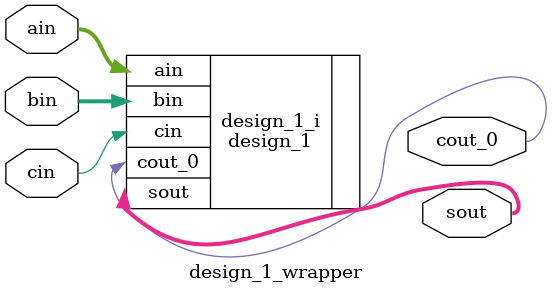
<source format=v>
`timescale 1 ps / 1 ps

module design_1_wrapper
   (ain,
    bin,
    cin,
    cout_0,
    sout);
  input [3:0]ain;
  input [3:0]bin;
  input cin;
  output cout_0;
  output [4:0]sout;

  wire [3:0]ain;
  wire [3:0]bin;
  wire cin;
  wire cout_0;
  wire [4:0]sout;

  design_1 design_1_i
       (.ain(ain),
        .bin(bin),
        .cin(cin),
        .cout_0(cout_0),
        .sout(sout));
endmodule

</source>
